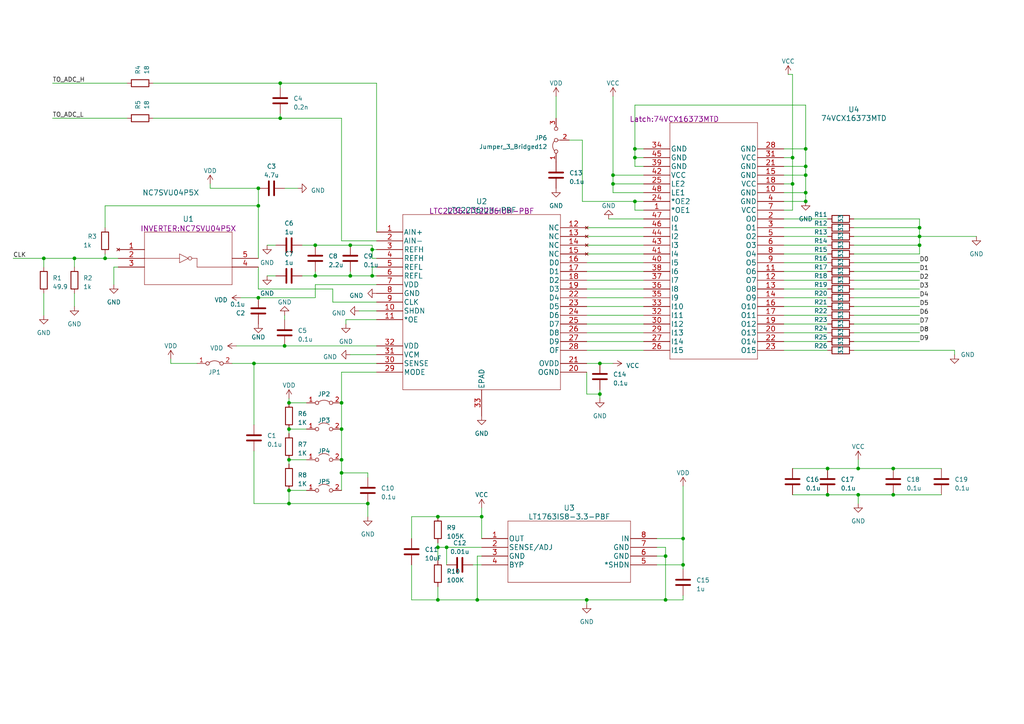
<source format=kicad_sch>
(kicad_sch (version 20230121) (generator eeschema)
  (paper "A4")
  (lib_symbols
    (symbol "2023-02-21_23-33-51:LTC2236IUH-PBF" (pin_names (offset 0.254))
      (property "Reference" "U1" (at 30.48 8.89 0))
      (property "Value" "LTC2236IUH-PBF" (at 30.48 6.35 0))
      (symbol "LTC2236IUH-PBF_1_1"
        (polyline (pts (xy 7.62 -45.72) (xy 53.34 -45.72)) (stroke (width 0.127)))
        (polyline (pts (xy 7.62 5.08) (xy 7.62 -45.72)) (stroke (width 0.127)))
        (polyline (pts (xy 53.34 -45.72) (xy 53.34 5.08)) (stroke (width 0.127)))
        (polyline (pts (xy 53.34 5.08) (xy 7.62 5.08)) (stroke (width 0.127)))
        (pin input line (at 0 0 0) (length 7.62) (name "AIN+") (number "1"))
        (pin unspecified line (at 0 -22.86 0) (length 7.62) (name "SHDN") (number "10"))
        (pin output line (at 0 -25.4 0) (length 7.62) (name "*OE") (number "11"))
        (pin no_connect line (at 60.96 1.27 180) (length 7.62) (name "NC") (number "12"))
        (pin no_connect line (at 60.96 -1.27 180) (length 7.62) (name "NC") (number "13"))
        (pin no_connect line (at 60.96 -3.81 180) (length 7.62) (name "NC") (number "14"))
        (pin no_connect line (at 60.96 -6.35 180) (length 7.62) (name "NC") (number "15"))
        (pin output line (at 60.96 -8.89 180) (length 7.62) (name "D0") (number "16"))
        (pin output line (at 60.96 -11.43 180) (length 7.62) (name "D1") (number "17"))
        (pin output line (at 60.96 -13.97 180) (length 7.62) (name "D2") (number "18"))
        (pin output line (at 60.96 -16.51 180) (length 7.62) (name "D3") (number "19"))
        (pin input line (at 0 -2.54 0) (length 7.62) (name "AIN-") (number "2"))
        (pin power_in line (at 60.96 -40.64 180) (length 7.62) (name "OGND") (number "20"))
        (pin power_in line (at 60.96 -38.1 180) (length 7.62) (name "OVDD") (number "21"))
        (pin output line (at 60.96 -19.05 180) (length 7.62) (name "D4") (number "22"))
        (pin output line (at 60.96 -21.59 180) (length 7.62) (name "D5") (number "23"))
        (pin output line (at 60.96 -24.13 180) (length 7.62) (name "D6") (number "24"))
        (pin output line (at 60.96 -26.67 180) (length 7.62) (name "D7") (number "25"))
        (pin output line (at 60.96 -29.21 180) (length 7.62) (name "D8") (number "26"))
        (pin output line (at 60.96 -31.75 180) (length 7.62) (name "D9") (number "27"))
        (pin output line (at 60.96 -34.29 180) (length 7.62) (name "OF") (number "28"))
        (pin output line (at 0 -40.64 0) (length 7.62) (name "MODE") (number "29"))
        (pin unspecified line (at 0 -5.08 0) (length 7.62) (name "REFH") (number "3"))
        (pin input line (at 0 -38.1 0) (length 7.62) (name "SENSE") (number "30"))
        (pin bidirectional line (at 0 -35.56 0) (length 7.62) (name "VCM") (number "31"))
        (pin power_in line (at 0 -33.02 0) (length 7.62) (name "VDD") (number "32"))
        (pin unspecified line (at 30.48 -53.34 90) (length 7.62) (name "EPAD") (number "33"))
        (pin unspecified line (at 0 -7.62 0) (length 7.62) (name "REFH") (number "4"))
        (pin unspecified line (at 0 -10.16 0) (length 7.62) (name "REFL") (number "5"))
        (pin unspecified line (at 0 -12.7 0) (length 7.62) (name "REFL") (number "6"))
        (pin power_in line (at 0 -15.24 0) (length 7.62) (name "VDD") (number "7"))
        (pin power_in line (at 0 -17.78 0) (length 7.62) (name "GND") (number "8"))
        (pin input line (at 0 -20.32 0) (length 7.62) (name "CLK") (number "9"))
      )
    )
    (symbol "2023-02-21_23-36-03:74VCX16373MTD" (pin_names (offset 0.254))
      (property "Reference" "U3" (at 31.75 8.89 0))
      (property "Value" "74VCX16373MTD" (at 31.75 6.35 0))
      (symbol "74VCX16373MTD_1_1"
        (polyline (pts (xy -21.59 -63.5) (xy -21.59 5.08)) (stroke (width 0.127)))
        (polyline (pts (xy -21.59 5.08) (xy 3.81 5.08)) (stroke (width 0.127)))
        (polyline (pts (xy 3.81 -63.5) (xy -21.59 -63.5)) (stroke (width 0.127)))
        (polyline (pts (xy 3.81 5.08) (xy 3.81 -63.5)) (stroke (width 0.127)))
        (pin output line (at -29.21 -20.32 0) (length 7.62) (name "*OE1") (number "1"))
        (pin power_in line (at 11.43 -15.24 180) (length 7.62) (name "GND") (number "10"))
        (pin output line (at 11.43 -38.1 180) (length 7.62) (name "O6") (number "11"))
        (pin output line (at 11.43 -40.64 180) (length 7.62) (name "O7") (number "12"))
        (pin output line (at 11.43 -43.18 180) (length 7.62) (name "O8") (number "13"))
        (pin output line (at 11.43 -45.72 180) (length 7.62) (name "O9") (number "14"))
        (pin power_in line (at 11.43 -10.16 180) (length 7.62) (name "GND") (number "15"))
        (pin output line (at 11.43 -48.26 180) (length 7.62) (name "O10") (number "16"))
        (pin output line (at 11.43 -50.8 180) (length 7.62) (name "O11") (number "17"))
        (pin power_in line (at 11.43 -12.7 180) (length 7.62) (name "VCC") (number "18"))
        (pin output line (at 11.43 -53.34 180) (length 7.62) (name "O12") (number "19"))
        (pin output line (at 11.43 -22.86 180) (length 7.62) (name "O0") (number "2"))
        (pin output line (at 11.43 -55.88 180) (length 7.62) (name "O13") (number "20"))
        (pin power_in line (at 11.43 -7.62 180) (length 7.62) (name "GND") (number "21"))
        (pin output line (at 11.43 -58.42 180) (length 7.62) (name "O14") (number "22"))
        (pin output line (at 11.43 -60.96 180) (length 7.62) (name "O15") (number "23"))
        (pin output line (at -29.21 -17.78 0) (length 7.62) (name "*OE2") (number "24"))
        (pin input line (at -29.21 -12.7 0) (length 7.62) (name "LE2") (number "25"))
        (pin input line (at -29.21 -60.96 0) (length 7.62) (name "I15") (number "26"))
        (pin input line (at -29.21 -58.42 0) (length 7.62) (name "I14") (number "27"))
        (pin power_in line (at 11.43 -2.54 180) (length 7.62) (name "GND") (number "28"))
        (pin input line (at -29.21 -55.88 0) (length 7.62) (name "I13") (number "29"))
        (pin output line (at 11.43 -25.4 180) (length 7.62) (name "O1") (number "3"))
        (pin input line (at -29.21 -53.34 0) (length 7.62) (name "I12") (number "30"))
        (pin power_in line (at 11.43 -5.08 180) (length 7.62) (name "VCC") (number "31"))
        (pin input line (at -29.21 -50.8 0) (length 7.62) (name "I11") (number "32"))
        (pin input line (at -29.21 -48.26 0) (length 7.62) (name "I10") (number "33"))
        (pin power_in line (at -29.21 -2.54 0) (length 7.62) (name "GND") (number "34"))
        (pin input line (at -29.21 -45.72 0) (length 7.62) (name "I9") (number "35"))
        (pin input line (at -29.21 -43.18 0) (length 7.62) (name "I8") (number "36"))
        (pin input line (at -29.21 -40.64 0) (length 7.62) (name "I7") (number "37"))
        (pin input line (at -29.21 -38.1 0) (length 7.62) (name "I6") (number "38"))
        (pin power_in line (at -29.21 -7.62 0) (length 7.62) (name "GND") (number "39"))
        (pin power_in line (at 11.43 -17.78 180) (length 7.62) (name "GND") (number "4"))
        (pin input line (at -29.21 -35.56 0) (length 7.62) (name "I5") (number "40"))
        (pin input line (at -29.21 -33.02 0) (length 7.62) (name "I4") (number "41"))
        (pin power_in line (at -29.21 -10.16 0) (length 7.62) (name "VCC") (number "42"))
        (pin input line (at -29.21 -30.48 0) (length 7.62) (name "I3") (number "43"))
        (pin input line (at -29.21 -27.94 0) (length 7.62) (name "I2") (number "44"))
        (pin power_in line (at -29.21 -5.08 0) (length 7.62) (name "GND") (number "45"))
        (pin input line (at -29.21 -25.4 0) (length 7.62) (name "I1") (number "46"))
        (pin input line (at -29.21 -22.86 0) (length 7.62) (name "I0") (number "47"))
        (pin input line (at -29.21 -15.24 0) (length 7.62) (name "LE1") (number "48"))
        (pin output line (at 11.43 -27.94 180) (length 7.62) (name "O2") (number "5"))
        (pin output line (at 11.43 -30.48 180) (length 7.62) (name "O3") (number "6"))
        (pin power_in line (at 11.43 -20.32 180) (length 7.62) (name "VCC") (number "7"))
        (pin output line (at 11.43 -33.02 180) (length 7.62) (name "O4") (number "8"))
        (pin output line (at 11.43 -35.56 180) (length 7.62) (name "O5") (number "9"))
      )
    )
    (symbol "2023-02-21_23-37-21:LT1763IS8-3.3-PBF" (pin_names (offset 0.254))
      (property "Reference" "U" (at 25.4 10.16 0))
      (property "Value" "LT1763IS8-3.3-PBF" (at 25.4 7.62 0))
      (symbol "LT1763IS8-3.3-PBF_1_1"
        (polyline (pts (xy 7.62 -12.7) (xy 43.18 -12.7)) (stroke (width 0.127)))
        (polyline (pts (xy 7.62 5.08) (xy 7.62 -12.7)) (stroke (width 0.127)))
        (polyline (pts (xy 43.18 -12.7) (xy 43.18 5.08)) (stroke (width 0.127)))
        (polyline (pts (xy 43.18 5.08) (xy 7.62 5.08)) (stroke (width 0.127)))
        (pin output line (at 0 0 0) (length 7.62) (name "OUT") (number "1"))
        (pin bidirectional line (at 0 -2.54 0) (length 7.62) (name "SENSE/ADJ") (number "2"))
        (pin power_in line (at 0 -5.08 0) (length 7.62) (name "GND") (number "3"))
        (pin unspecified line (at 0 -7.62 0) (length 7.62) (name "BYP") (number "4"))
        (pin unspecified line (at 50.8 -7.62 180) (length 7.62) (name "*SHDN") (number "5"))
        (pin power_in line (at 50.8 -5.08 180) (length 7.62) (name "GND") (number "6"))
        (pin power_in line (at 50.8 -2.54 180) (length 7.62) (name "GND") (number "7"))
        (pin input line (at 50.8 0 180) (length 7.62) (name "IN") (number "8"))
      )
    )
    (symbol "2023-02-23_13-50-15:NC7SVU04P5X" (pin_names (offset 0.254) hide)
      (property "Reference" "U" (at 20.32 10.16 0))
      (property "Value" "NC7SVU04P5X" (at 20.32 7.62 0))
      (symbol "NC7SVU04P5X_1_1"
        (polyline (pts (xy 7.62 -10.16) (xy 33.02 -10.16)) (stroke (width 0.127)))
        (polyline (pts (xy 7.62 -2.54) (xy 17.78 -2.54)) (stroke (width 0.127)))
        (polyline (pts (xy 7.62 5.08) (xy 7.62 -10.16)) (stroke (width 0.127)))
        (polyline (pts (xy 17.78 -3.81) (xy 20.32 -2.54)) (stroke (width 0.127)))
        (polyline (pts (xy 17.78 -1.27) (xy 17.78 -3.81)) (stroke (width 0.127)))
        (polyline (pts (xy 20.32 -2.54) (xy 17.78 -1.27)) (stroke (width 0.127)))
        (polyline (pts (xy 21.336 -2.54) (xy 22.86 -2.54)) (stroke (width 0.127)))
        (polyline (pts (xy 22.86 -5.08) (xy 22.86 -2.54)) (stroke (width 0.127)))
        (polyline (pts (xy 22.86 -5.08) (xy 33.02 -5.08)) (stroke (width 0.127)))
        (polyline (pts (xy 33.02 -10.16) (xy 33.02 5.08)) (stroke (width 0.127)))
        (polyline (pts (xy 33.02 5.08) (xy 7.62 5.08)) (stroke (width 0.127)))
        (circle (center 20.828 -2.54) (radius 0.508) (stroke (width 0.127)))
        (arc (start 21.336 -2.54) (mid 21.336 -2.54) (end 21.336 -2.54) (stroke (width 0.127)))
        (pin no_connect line (at 0 0 0) (length 7.62) (name "NC") (number "1"))
        (pin input line (at 0 -2.54 0) (length 7.62) (name "A") (number "2"))
        (pin power_in line (at 0 -5.08 0) (length 7.62) (name "GND") (number "3"))
        (pin output line (at 40.64 -5.08 180) (length 7.62) (name "Y") (number "4"))
        (pin power_in line (at 40.64 -2.54 180) (length 7.62) (name "VCC") (number "5"))
      )
    )
    (symbol "Device:C" (pin_numbers hide) (pin_names (offset 0.254))
      (property "Reference" "C" (at 0.635 2.54 0))
      (property "Value" "C" (at 0.635 -2.54 0))
      (symbol "C_0_1"
        (polyline (pts (xy -2.032 -0.762) (xy 2.032 -0.762)) (stroke (width 0.508)))
        (polyline (pts (xy -2.032 0.762) (xy 2.032 0.762)) (stroke (width 0.508)))
      )
      (symbol "C_1_1"
        (pin passive line (at 0 3.81 270) (length 2.794) (name "~") (number "1"))
        (pin passive line (at 0 -3.81 90) (length 2.794) (name "~") (number "2"))
      )
    )
    (symbol "Device:R" (pin_numbers hide) (pin_names (offset 0))
      (property "Reference" "R" (at 2.032 0 90))
      (property "Value" "R" (at 0 0 90))
      (symbol "R_0_1"
        (rectangle (start -1.016 -2.54) (end 1.016 2.54) (stroke (width 0.254)))
      )
      (symbol "R_1_1"
        (pin passive line (at 0 3.81 270) (length 1.27) (name "~") (number "1"))
        (pin passive line (at 0 -3.81 90) (length 1.27) (name "~") (number "2"))
      )
    )
    (symbol "Jumper:Jumper_2_Bridged" (pin_names (offset 0) hide)
      (property "Reference" "JP" (at 0 1.905 0))
      (property "Value" "Jumper_2_Bridged" (at 0 -2.54 0))
      (symbol "Jumper_2_Bridged_0_0"
        (circle (center -2.032 0) (radius 0.508))
        (circle (center 2.032 0) (radius 0.508))
      )
      (symbol "Jumper_2_Bridged_0_1"
        (arc (start 1.524 0.254) (mid 0 0.762) (end -1.524 0.254))
      )
      (symbol "Jumper_2_Bridged_1_1"
        (pin passive line (at -5.08 0 0) (length 2.54) (name "A") (number "1"))
        (pin passive line (at 5.08 0 180) (length 2.54) (name "B") (number "2"))
      )
    )
    (symbol "Jumper:Jumper_2_Open" (pin_names (offset 0) hide)
      (property "Reference" "JP" (at 0 2.794 0))
      (property "Value" "Jumper_2_Open" (at 0 -2.286 0))
      (symbol "Jumper_2_Open_0_0"
        (circle (center -2.032 0) (radius 0.508))
        (circle (center 2.032 0) (radius 0.508))
      )
      (symbol "Jumper_2_Open_0_1"
        (arc (start 1.524 1.27) (mid 0 1.778) (end -1.524 1.27))
      )
      (symbol "Jumper_2_Open_1_1"
        (pin passive line (at -5.08 0 0) (length 2.54) (name "A") (number "1"))
        (pin passive line (at 5.08 0 180) (length 2.54) (name "B") (number "2"))
      )
    )
    (symbol "Jumper:Jumper_3_Bridged12" (pin_names (offset 0) hide)
      (property "Reference" "JP" (at -2.54 -2.54 0))
      (property "Value" "Jumper_3_Bridged12" (at 0 2.794 0))
      (symbol "Jumper_3_Bridged12_0_0"
        (circle (center -3.302 0) (radius 0.508))
        (circle (center 0 0) (radius 0.508))
        (circle (center 3.302 0) (radius 0.508))
      )
      (symbol "Jumper_3_Bridged12_0_1"
        (arc (start -0.254 0.508) (mid -1.651 0.9912) (end -3.048 0.508))
        (polyline (pts (xy 0 -1.27) (xy 0 -0.508)))
      )
      (symbol "Jumper_3_Bridged12_1_1"
        (pin passive line (at -6.35 0 0) (length 2.54) (name "A") (number "1"))
        (pin passive line (at 0 -3.81 90) (length 2.54) (name "C") (number "2"))
        (pin passive line (at 6.35 0 180) (length 2.54) (name "B") (number "3"))
      )
    )
    (symbol "power:GND" (power) (pin_names (offset 0))
      (property "Value" "GND" (at 0 -3.81 0))
      (symbol "GND_0_1"
        (polyline (pts (xy 0 0) (xy 0 -1.27) (xy 1.27 -1.27) (xy 0 -2.54) (xy -1.27 -1.27) (xy 0 -1.27)))
      )
      (symbol "GND_1_1"
        (pin power_in line (at 0 0 270) (length 0) hide (name "GND") (number "1"))
      )
    )
    (symbol "power:VCC" (power) (pin_names (offset 0))
      (property "Value" "VCC" (at 0 3.81 0))
      (symbol "VCC_0_1"
        (polyline (pts (xy -0.762 1.27) (xy 0 2.54)))
        (polyline (pts (xy 0 0) (xy 0 2.54)))
        (polyline (pts (xy 0 2.54) (xy 0.762 1.27)))
      )
      (symbol "VCC_1_1"
        (pin power_in line (at 0 0 90) (length 0) hide (name "VCC") (number "1"))
      )
    )
    (symbol "power:VDD" (power) (pin_names (offset 0))
      (property "Value" "VDD" (at 0 3.81 0))
      (symbol "VDD_0_1"
        (polyline (pts (xy -0.762 1.27) (xy 0 2.54)))
        (polyline (pts (xy 0 0) (xy 0 2.54)))
        (polyline (pts (xy 0 2.54) (xy 0.762 1.27)))
      )
      (symbol "VDD_1_1"
        (pin power_in line (at 0 0 90) (length 0) hide (name "VDD") (number "1"))
      )
    )
  )
  (junction (at 83.82 146.05))
  (junction (at 139.7 149.86))
  (junction (at 99.06 137.16))
  (junction (at 177.8 53.34))
  (junction (at 83.82 142.24))
  (junction (at 233.68 48.26))
  (junction (at 91.44 71.12))
  (junction (at 99.06 133.35))
  (junction (at 83.82 133.35))
  (junction (at 233.68 50.8))
  (junction (at 259.08 135.89))
  (junction (at 81.28 24.13))
  (junction (at 229.87 53.34))
  (junction (at 129.54 158.75))
  (junction (at 233.68 43.18))
  (junction (at 101.6 80.01))
  (junction (at 198.12 156.21))
  (junction (at 127 158.75))
  (junction (at 91.44 80.01))
  (junction (at 83.82 116.84))
  (junction (at 82.55 100.33))
  (junction (at 12.7 74.93))
  (junction (at 173.99 114.3))
  (junction (at 193.04 173.99))
  (junction (at 193.04 161.29))
  (junction (at 21.59 74.93))
  (junction (at 74.93 54.61))
  (junction (at 259.08 143.51))
  (junction (at 240.03 135.89))
  (junction (at 106.68 146.05))
  (junction (at 73.66 105.41))
  (junction (at 266.7 66.04))
  (junction (at 127 149.86))
  (junction (at 184.15 58.42))
  (junction (at 138.43 173.99))
  (junction (at 107.95 72.39))
  (junction (at 248.92 135.89))
  (junction (at 30.48 74.93))
  (junction (at 173.99 105.41))
  (junction (at 177.8 50.8))
  (junction (at 74.93 86.36))
  (junction (at 99.06 116.84))
  (junction (at 127 173.99))
  (junction (at 198.12 163.83))
  (junction (at 233.68 55.88))
  (junction (at 101.6 71.12))
  (junction (at 240.03 143.51))
  (junction (at 266.7 68.58))
  (junction (at 107.95 80.01))
  (junction (at 74.93 59.69))
  (junction (at 83.82 124.46))
  (junction (at 99.06 124.46))
  (junction (at 248.92 143.51))
  (junction (at 233.68 58.42))
  (junction (at 266.7 71.12))
  (junction (at 170.18 173.99))
  (junction (at 229.87 45.72))
  (junction (at 184.15 45.72))
  (junction (at 81.28 34.29))
  (junction (at 184.15 43.18))
  (wire (pts (xy 83.82 142.24) (xy 88.9 142.24)))
  (wire (pts (xy 127 149.86) (xy 119.38 149.86)))
  (wire (pts (xy 82.55 91.44) (xy 82.55 92.71)))
  (wire (pts (xy 173.99 113.03) (xy 173.99 114.3)))
  (wire (pts (xy 83.82 146.05) (xy 106.68 146.05)))
  (wire (pts (xy 139.7 158.75) (xy 129.54 158.75)))
  (wire (pts (xy 266.7 68.58) (xy 283.21 68.58)))
  (wire (pts (xy 96.52 87.63) (xy 109.22 87.63)))
  (wire (pts (xy 127 173.99) (xy 138.43 173.99)))
  (wire (pts (xy 170.18 73.66) (xy 186.69 73.66)))
  (wire (pts (xy 83.82 116.84) (xy 88.9 116.84)))
  (wire (pts (xy 176.53 63.5) (xy 186.69 63.5)))
  (wire (pts (xy 193.04 161.29) (xy 193.04 173.99)))
  (wire (pts (xy 101.6 102.87) (xy 109.22 102.87)))
  (wire (pts (xy 227.33 71.12) (xy 240.03 71.12)))
  (wire (pts (xy 184.15 58.42) (xy 186.69 58.42)))
  (wire (pts (xy 107.95 77.47) (xy 107.95 80.01)))
  (wire (pts (xy 247.65 68.58) (xy 266.7 68.58)))
  (wire (pts (xy 96.52 83.82) (xy 96.52 87.63)))
  (wire (pts (xy 227.33 68.58) (xy 240.03 68.58)))
  (wire (pts (xy 190.5 163.83) (xy 198.12 163.83)))
  (wire (pts (xy 186.69 48.26) (xy 184.15 48.26)))
  (wire (pts (xy 21.59 74.93) (xy 21.59 77.47)))
  (wire (pts (xy 109.22 24.13) (xy 109.22 67.31)))
  (wire (pts (xy 34.29 77.47) (xy 33.02 77.47)))
  (wire (pts (xy 184.15 60.96) (xy 186.69 60.96)))
  (wire (pts (xy 83.82 115.57) (xy 83.82 116.84)))
  (wire (pts (xy 139.7 147.32) (xy 139.7 149.86)))
  (wire (pts (xy 99.06 116.84) (xy 99.06 124.46)))
  (wire (pts (xy 240.03 135.89) (xy 248.92 135.89)))
  (wire (pts (xy 229.87 21.59) (xy 228.6 21.59)))
  (wire (pts (xy 184.15 43.18) (xy 184.15 30.48)))
  (wire (pts (xy 100.33 92.71) (xy 109.22 92.71)))
  (wire (pts (xy 184.15 45.72) (xy 184.15 43.18)))
  (wire (pts (xy 233.68 58.42) (xy 227.33 58.42)))
  (wire (pts (xy 60.96 54.61) (xy 74.93 54.61)))
  (wire (pts (xy 248.92 143.51) (xy 259.08 143.51)))
  (wire (pts (xy 107.95 80.01) (xy 109.22 80.01)))
  (wire (pts (xy 91.44 82.55) (xy 91.44 86.36)))
  (wire (pts (xy 227.33 60.96) (xy 229.87 60.96)))
  (wire (pts (xy 83.82 133.35) (xy 83.82 134.62)))
  (wire (pts (xy 44.45 24.13) (xy 81.28 24.13)))
  (wire (pts (xy 229.87 143.51) (xy 240.03 143.51)))
  (wire (pts (xy 73.66 105.41) (xy 73.66 123.19)))
  (wire (pts (xy 33.02 77.47) (xy 33.02 82.55)))
  (wire (pts (xy 193.04 158.75) (xy 193.04 161.29)))
  (wire (pts (xy 247.65 91.44) (xy 266.7 91.44)))
  (wire (pts (xy 193.04 161.29) (xy 190.5 161.29)))
  (wire (pts (xy 74.93 86.36) (xy 91.44 86.36)))
  (wire (pts (xy 227.33 101.6) (xy 240.03 101.6)))
  (wire (pts (xy 30.48 74.93) (xy 34.29 74.93)))
  (wire (pts (xy 193.04 173.99) (xy 170.18 173.99)))
  (wire (pts (xy 60.96 53.34) (xy 60.96 54.61)))
  (wire (pts (xy 106.68 137.16) (xy 106.68 138.43)))
  (wire (pts (xy 247.65 78.74) (xy 266.7 78.74)))
  (wire (pts (xy 248.92 133.35) (xy 248.92 135.89)))
  (wire (pts (xy 233.68 48.26) (xy 227.33 48.26)))
  (wire (pts (xy 229.87 135.89) (xy 240.03 135.89)))
  (wire (pts (xy 12.7 85.09) (xy 12.7 91.44)))
  (wire (pts (xy 198.12 173.99) (xy 193.04 173.99)))
  (wire (pts (xy 170.18 68.58) (xy 186.69 68.58)))
  (wire (pts (xy 240.03 143.51) (xy 248.92 143.51)))
  (wire (pts (xy 101.6 71.12) (xy 91.44 71.12)))
  (wire (pts (xy 177.8 27.94) (xy 177.8 50.8)))
  (wire (pts (xy 49.53 105.41) (xy 57.15 105.41)))
  (wire (pts (xy 247.65 93.98) (xy 266.7 93.98)))
  (wire (pts (xy 69.85 86.36) (xy 74.93 86.36)))
  (wire (pts (xy 83.82 124.46) (xy 83.82 125.73)))
  (wire (pts (xy 21.59 85.09) (xy 21.59 88.9)))
  (wire (pts (xy 227.33 43.18) (xy 233.68 43.18)))
  (wire (pts (xy 107.95 77.47) (xy 109.22 77.47)))
  (wire (pts (xy 101.6 80.01) (xy 107.95 80.01)))
  (wire (pts (xy 74.93 59.69) (xy 74.93 74.93)))
  (wire (pts (xy 229.87 21.59) (xy 229.87 45.72)))
  (wire (pts (xy 168.91 58.42) (xy 168.91 40.64)))
  (wire (pts (xy 227.33 81.28) (xy 240.03 81.28)))
  (wire (pts (xy 12.7 74.93) (xy 12.7 77.47)))
  (wire (pts (xy 266.7 68.58) (xy 266.7 71.12)))
  (wire (pts (xy 99.06 133.35) (xy 99.06 137.16)))
  (wire (pts (xy 30.48 59.69) (xy 74.93 59.69)))
  (wire (pts (xy 227.33 99.06) (xy 240.03 99.06)))
  (wire (pts (xy 77.47 71.12) (xy 80.01 71.12)))
  (wire (pts (xy 100.33 92.71) (xy 100.33 93.98)))
  (wire (pts (xy 107.95 72.39) (xy 107.95 71.12)))
  (wire (pts (xy 170.18 101.6) (xy 186.69 101.6)))
  (wire (pts (xy 170.18 71.12) (xy 186.69 71.12)))
  (wire (pts (xy 198.12 156.21) (xy 198.12 163.83)))
  (wire (pts (xy 198.12 156.21) (xy 190.5 156.21)))
  (wire (pts (xy 139.7 149.86) (xy 139.7 156.21)))
  (wire (pts (xy 227.33 45.72) (xy 229.87 45.72)))
  (wire (pts (xy 247.65 88.9) (xy 266.7 88.9)))
  (wire (pts (xy 247.65 76.2) (xy 266.7 76.2)))
  (wire (pts (xy 227.33 91.44) (xy 240.03 91.44)))
  (wire (pts (xy 247.65 101.6) (xy 276.86 101.6)))
  (wire (pts (xy 74.93 54.61) (xy 74.93 59.69)))
  (wire (pts (xy 170.18 173.99) (xy 170.18 175.26)))
  (wire (pts (xy 184.15 58.42) (xy 184.15 60.96)))
  (wire (pts (xy 266.7 71.12) (xy 266.7 73.66)))
  (wire (pts (xy 170.18 86.36) (xy 186.69 86.36)))
  (wire (pts (xy 227.33 53.34) (xy 229.87 53.34)))
  (wire (pts (xy 44.45 34.29) (xy 81.28 34.29)))
  (wire (pts (xy 227.33 63.5) (xy 240.03 63.5)))
  (wire (pts (xy 170.18 91.44) (xy 186.69 91.44)))
  (wire (pts (xy 247.65 71.12) (xy 266.7 71.12)))
  (wire (pts (xy 138.43 173.99) (xy 170.18 173.99)))
  (wire (pts (xy 227.33 86.36) (xy 240.03 86.36)))
  (wire (pts (xy 15.24 24.13) (xy 36.83 24.13)))
  (wire (pts (xy 170.18 88.9) (xy 186.69 88.9)))
  (wire (pts (xy 129.54 158.75) (xy 127 158.75)))
  (wire (pts (xy 177.8 53.34) (xy 177.8 55.88)))
  (wire (pts (xy 247.65 83.82) (xy 266.7 83.82)))
  (wire (pts (xy 83.82 124.46) (xy 88.9 124.46)))
  (wire (pts (xy 233.68 55.88) (xy 227.33 55.88)))
  (wire (pts (xy 165.1 40.64) (xy 168.91 40.64)))
  (wire (pts (xy 83.82 142.24) (xy 83.82 146.05)))
  (wire (pts (xy 83.82 146.05) (xy 73.66 146.05)))
  (wire (pts (xy 109.22 82.55) (xy 91.44 82.55)))
  (wire (pts (xy 247.65 81.28) (xy 266.7 81.28)))
  (wire (pts (xy 109.22 72.39) (xy 107.95 72.39)))
  (wire (pts (xy 248.92 135.89) (xy 259.08 135.89)))
  (wire (pts (xy 227.33 78.74) (xy 240.03 78.74)))
  (wire (pts (xy 82.55 54.61) (xy 86.36 54.61)))
  (wire (pts (xy 30.48 73.66) (xy 30.48 74.93)))
  (wire (pts (xy 276.86 101.6) (xy 276.86 102.87)))
  (wire (pts (xy 233.68 48.26) (xy 233.68 50.8)))
  (wire (pts (xy 247.65 73.66) (xy 266.7 73.66)))
  (wire (pts (xy 227.33 83.82) (xy 240.03 83.82)))
  (wire (pts (xy 177.8 50.8) (xy 177.8 53.34)))
  (wire (pts (xy 119.38 163.83) (xy 119.38 173.99)))
  (wire (pts (xy 77.47 80.01) (xy 80.01 80.01)))
  (wire (pts (xy 99.06 137.16) (xy 106.68 137.16)))
  (wire (pts (xy 138.43 173.99) (xy 138.43 161.29)))
  (wire (pts (xy 259.08 143.51) (xy 273.05 143.51)))
  (wire (pts (xy 127 157.48) (xy 127 158.75)))
  (wire (pts (xy 184.15 48.26) (xy 184.15 45.72)))
  (wire (pts (xy 229.87 45.72) (xy 229.87 53.34)))
  (wire (pts (xy 170.18 105.41) (xy 173.99 105.41)))
  (wire (pts (xy 170.18 107.95) (xy 170.18 114.3)))
  (wire (pts (xy 127 158.75) (xy 127 162.56)))
  (wire (pts (xy 138.43 161.29) (xy 139.7 161.29)))
  (wire (pts (xy 184.15 45.72) (xy 186.69 45.72)))
  (wire (pts (xy 184.15 30.48) (xy 233.68 30.48)))
  (wire (pts (xy 170.18 81.28) (xy 186.69 81.28)))
  (wire (pts (xy 170.18 99.06) (xy 186.69 99.06)))
  (wire (pts (xy 233.68 43.18) (xy 233.68 48.26)))
  (wire (pts (xy 74.93 77.47) (xy 74.93 83.82)))
  (wire (pts (xy 170.18 83.82) (xy 186.69 83.82)))
  (wire (pts (xy 227.33 88.9) (xy 240.03 88.9)))
  (wire (pts (xy 198.12 172.72) (xy 198.12 173.99)))
  (wire (pts (xy 247.65 66.04) (xy 266.7 66.04)))
  (wire (pts (xy 81.28 33.02) (xy 81.28 34.29)))
  (wire (pts (xy 170.18 66.04) (xy 186.69 66.04)))
  (wire (pts (xy 161.29 27.94) (xy 161.29 34.29)))
  (wire (pts (xy 227.33 76.2) (xy 240.03 76.2)))
  (wire (pts (xy 99.06 69.85) (xy 109.22 69.85)))
  (wire (pts (xy 173.99 105.41) (xy 177.8 105.41)))
  (wire (pts (xy 170.18 76.2) (xy 186.69 76.2)))
  (wire (pts (xy 15.24 34.29) (xy 36.83 34.29)))
  (wire (pts (xy 259.08 135.89) (xy 273.05 135.89)))
  (wire (pts (xy 99.06 107.95) (xy 109.22 107.95)))
  (wire (pts (xy 109.22 74.93) (xy 107.95 74.93)))
  (wire (pts (xy 87.63 71.12) (xy 91.44 71.12)))
  (wire (pts (xy 81.28 34.29) (xy 99.06 34.29)))
  (wire (pts (xy 266.7 66.04) (xy 266.7 68.58)))
  (wire (pts (xy 198.12 140.97) (xy 198.12 156.21)))
  (wire (pts (xy 107.95 74.93) (xy 107.95 72.39)))
  (wire (pts (xy 233.68 50.8) (xy 227.33 50.8)))
  (wire (pts (xy 87.63 80.01) (xy 91.44 80.01)))
  (wire (pts (xy 177.8 55.88) (xy 186.69 55.88)))
  (wire (pts (xy 170.18 78.74) (xy 186.69 78.74)))
  (wire (pts (xy 99.06 124.46) (xy 99.06 133.35)))
  (wire (pts (xy 119.38 149.86) (xy 119.38 156.21)))
  (wire (pts (xy 233.68 30.48) (xy 233.68 43.18)))
  (wire (pts (xy 170.18 114.3) (xy 173.99 114.3)))
  (wire (pts (xy 227.33 73.66) (xy 240.03 73.66)))
  (wire (pts (xy 99.06 116.84) (xy 99.06 107.95)))
  (wire (pts (xy 127 170.18) (xy 127 173.99)))
  (wire (pts (xy 227.33 93.98) (xy 240.03 93.98)))
  (wire (pts (xy 107.95 71.12) (xy 101.6 71.12)))
  (wire (pts (xy 227.33 96.52) (xy 240.03 96.52)))
  (wire (pts (xy 99.06 34.29) (xy 99.06 69.85)))
  (wire (pts (xy 170.18 93.98) (xy 186.69 93.98)))
  (wire (pts (xy 81.28 24.13) (xy 109.22 24.13)))
  (wire (pts (xy 233.68 50.8) (xy 233.68 55.88)))
  (wire (pts (xy 91.44 78.74) (xy 91.44 80.01)))
  (wire (pts (xy 101.6 78.74) (xy 101.6 80.01)))
  (wire (pts (xy 266.7 63.5) (xy 266.7 66.04)))
  (wire (pts (xy 177.8 53.34) (xy 186.69 53.34)))
  (wire (pts (xy 247.65 96.52) (xy 266.7 96.52)))
  (wire (pts (xy 3.81 74.93) (xy 12.7 74.93)))
  (wire (pts (xy 177.8 50.8) (xy 186.69 50.8)))
  (wire (pts (xy 82.55 100.33) (xy 109.22 100.33)))
  (wire (pts (xy 227.33 66.04) (xy 240.03 66.04)))
  (wire (pts (xy 198.12 163.83) (xy 198.12 165.1)))
  (wire (pts (xy 129.54 158.75) (xy 129.54 163.83)))
  (wire (pts (xy 83.82 133.35) (xy 88.9 133.35)))
  (wire (pts (xy 21.59 74.93) (xy 30.48 74.93)))
  (wire (pts (xy 168.91 58.42) (xy 184.15 58.42)))
  (wire (pts (xy 74.93 83.82) (xy 96.52 83.82)))
  (wire (pts (xy 49.53 104.14) (xy 49.53 105.41)))
  (wire (pts (xy 68.58 100.33) (xy 82.55 100.33)))
  (wire (pts (xy 67.31 105.41) (xy 73.66 105.41)))
  (wire (pts (xy 229.87 60.96) (xy 229.87 53.34)))
  (wire (pts (xy 73.66 146.05) (xy 73.66 130.81)))
  (wire (pts (xy 73.66 105.41) (xy 109.22 105.41)))
  (wire (pts (xy 247.65 86.36) (xy 266.7 86.36)))
  (wire (pts (xy 109.22 90.17) (xy 104.14 90.17)))
  (wire (pts (xy 12.7 74.93) (xy 21.59 74.93)))
  (wire (pts (xy 233.68 55.88) (xy 233.68 58.42)))
  (wire (pts (xy 106.68 146.05) (xy 106.68 149.86)))
  (wire (pts (xy 91.44 80.01) (xy 101.6 80.01)))
  (wire (pts (xy 99.06 137.16) (xy 99.06 142.24)))
  (wire (pts (xy 119.38 173.99) (xy 127 173.99)))
  (wire (pts (xy 184.15 43.18) (xy 186.69 43.18)))
  (wire (pts (xy 190.5 158.75) (xy 193.04 158.75)))
  (wire (pts (xy 170.18 96.52) (xy 186.69 96.52)))
  (wire (pts (xy 139.7 149.86) (xy 127 149.86)))
  (wire (pts (xy 137.16 163.83) (xy 139.7 163.83)))
  (wire (pts (xy 81.28 24.13) (xy 81.28 25.4)))
  (wire (pts (xy 30.48 66.04) (xy 30.48 59.69)))
  (wire (pts (xy 247.65 99.06) (xy 266.7 99.06)))
  (wire (pts (xy 173.99 114.3) (xy 173.99 115.57)))
  (wire (pts (xy 247.65 63.5) (xy 266.7 63.5)))
  (wire (pts (xy 248.92 143.51) (xy 248.92 146.05)))
  (label "D2" (at 266.7 81.28 0))
  (label "D3" (at 266.7 83.82 0))
  (label "D9" (at 266.7 99.06 0))
  (label "D8" (at 266.7 96.52 0))
  (label "D4" (at 266.7 86.36 0))
  (label "D5" (at 266.7 88.9 0))
  (label "TO_ADC_H" (at 15.24 24.13 0))
  (label "D7" (at 266.7 93.98 0))
  (label "CLK" (at 3.81 74.93 0))
  (label "D0" (at 266.7 76.2 0))
  (label "TO_ADC_L" (at 15.24 34.29 0))
  (label "D1" (at 266.7 78.74 0))
  (label "D6" (at 266.7 91.44 0))
  (symbol (lib_id "Device:R") (at 127 153.67 0) (unit 1)
    (property "Reference" "R9" (at 129.54 153.035 0) (effects (justify left)))
    (property "Value" "105K" (at 129.54 155.575 0) (effects (justify left)))
    (property "Footprint" "Resistor_SMD:R_0603_1608Metric" (effects hide))
  )
  (symbol (lib_id "Device:R") (at 83.82 120.65 0) (unit 1)
    (property "Reference" "R6" (at 86.36 120.015 0) (effects (justify left)))
    (property "Value" "1K" (at 86.36 122.555 0) (effects (justify left)))
    (property "Footprint" "Resistor_SMD:R_0603_1608Metric" (effects hide))
  )
  (symbol (lib_id "power:GND") (at 33.02 82.55 0) (unit 1)
    (property "Reference" "#PWR03" (effects hide))
    (property "Value" "GND" (at 33.02 87.63 0))
  )
  (symbol (lib_id "Device:R") (at 243.84 63.5 90) (unit 1)
    (property "Reference" "R11" (at 240.03 62.23 90) (effects (justify left)))
    (property "Value" "33" (at 243.84 64.77 0) (effects (justify left)))
    (property "Footprint" "Resistor_SMD:R_0603_1608Metric" (effects hide))
  )
  (symbol (lib_id "Jumper:Jumper_2_Open") (at 93.98 142.24 0) (unit 1)
    (property "Reference" "JP5" (at 93.98 139.7 0))
    (property "Value" "Jumper_2_Open" (effects hide))
    (property "Footprint" "Jumper:SolderJumper-2_P1.3mm_Open_Pad1.0x1.5mm" (effects hide))
  )
  (symbol (lib_id "Device:C") (at 91.44 74.93 0) (unit 1)
    (property "Reference" "C8" (at 95.25 74.295 0) (effects (justify left)))
    (property "Value" "2.2u" (at 95.25 76.835 0) (effects (justify left)))
    (property "Footprint" "Capacitor_SMD:C_0603_1608Metric" (effects hide))
  )
  (symbol (lib_id "Device:C") (at 106.68 142.24 0) (unit 1)
    (property "Reference" "C10" (at 110.49 141.605 0) (effects (justify left)))
    (property "Value" "0.1u" (at 110.49 144.145 0) (effects (justify left)))
    (property "Footprint" "Capacitor_SMD:C_0603_1608Metric" (effects hide))
  )
  (symbol (lib_id "Device:R") (at 243.84 83.82 90) (unit 1)
    (property "Reference" "R19" (at 240.03 82.55 90) (effects (justify left)))
    (property "Value" "33" (at 243.84 85.09 0) (effects (justify left)))
    (property "Footprint" "Resistor_SMD:R_0603_1608Metric" (effects hide))
  )
  (symbol (lib_id "power:VDD") (at 49.53 104.14 0) (unit 1)
    (property "Reference" "#PWR04" (effects hide))
    (property "Value" "VDD" (at 49.53 100.33 0))
  )
  (symbol (lib_id "power:GND") (at 101.6 102.87 270) (unit 1)
    (property "Reference" "#PWR015" (effects hide))
    (property "Value" "GND" (at 97.79 103.505 90) (effects (justify right)))
  )
  (symbol (lib_id "power:VDD") (at 60.96 53.34 0) (unit 1)
    (property "Reference" "#PWR05" (effects hide))
    (property "Value" "VDD" (at 60.96 49.53 0))
  )
  (symbol (lib_id "2023-02-21_23-36-03:74VCX16373MTD") (at 215.9 40.64 0) (unit 1)
    (property "Reference" "U4" (at 247.65 31.75 0) (effects (font (size 1.524 1.524))))
    (property "Value" "74VCX16373MTD" (at 247.65 34.29 0) (effects (font (size 1.524 1.524))))
    (property "Footprint" "Latch:74VCX16373MTD" (at 195.58 34.544 0) (effects (font (size 1.524 1.524))))
  )
  (symbol (lib_id "2023-02-23_13-50-15:NC7SVU04P5X") (at 34.29 72.39 0) (unit 1)
    (property "Reference" "U1" (at 54.61 63.5 0) (effects (font (size 1.524 1.524))))
    (property "Value" "NC7SVU04P5X" (at 49.53 55.88 0) (effects (font (size 1.524 1.524))))
    (property "Footprint" "INVERTER:NC7SVU04P5X" (at 54.61 66.294 0) (effects (font (size 1.524 1.524))))
  )
  (symbol (lib_id "Device:R") (at 83.82 129.54 0) (unit 1)
    (property "Reference" "R7" (at 86.36 128.905 0) (effects (justify left)))
    (property "Value" "1K" (at 86.36 131.445 0) (effects (justify left)))
    (property "Footprint" "Resistor_SMD:R_0603_1608Metric" (effects hide))
  )
  (symbol (lib_id "Device:R") (at 243.84 101.6 90) (unit 1)
    (property "Reference" "R26" (at 240.03 100.33 90) (effects (justify left)))
    (property "Value" "33" (at 243.84 102.87 0) (effects (justify left)))
    (property "Footprint" "Resistor_SMD:R_0603_1608Metric" (effects hide))
  )
  (symbol (lib_id "Jumper:Jumper_3_Bridged12") (at 161.29 40.64 90) (unit 1)
    (property "Reference" "JP6" (at 158.75 40.005 90) (effects (justify left)))
    (property "Value" "Jumper_3_Bridged12" (at 158.75 42.545 90) (effects (justify left)))
    (property "Footprint" "Jumper:SolderJumper-3_P1.3mm_Open_Pad1.0x1.5mm" (effects hide))
  )
  (symbol (lib_id "Device:R") (at 127 166.37 0) (unit 1)
    (property "Reference" "R10" (at 129.54 165.735 0) (effects (justify left)))
    (property "Value" "100K" (at 129.54 168.275 0) (effects (justify left)))
    (property "Footprint" "Resistor_SMD:R_0603_1608Metric" (effects hide))
  )
  (symbol (lib_id "Device:R") (at 243.84 86.36 90) (unit 1)
    (property "Reference" "R20" (at 240.03 85.09 90) (effects (justify left)))
    (property "Value" "33" (at 243.84 87.63 0) (effects (justify left)))
    (property "Footprint" "Resistor_SMD:R_0603_1608Metric" (effects hide))
  )
  (symbol (lib_id "Jumper:Jumper_2_Bridged") (at 93.98 116.84 0) (unit 1)
    (property "Reference" "JP2" (at 93.98 114.3 0))
    (property "Value" "Jumper_2_Bridged" (effects hide))
    (property "Footprint" "Jumper:SolderJumper-2_P1.3mm_Open_Pad1.0x1.5mm" (effects hide))
  )
  (symbol (lib_id "Jumper:Jumper_2_Open") (at 93.98 124.46 0) (unit 1)
    (property "Reference" "JP3" (at 93.98 121.92 0))
    (property "Value" "Jumper_2_Open" (effects hide))
    (property "Footprint" "Jumper:SolderJumper-2_P1.3mm_Open_Pad1.0x1.5mm" (effects hide))
  )
  (symbol (lib_id "Device:R") (at 243.84 88.9 90) (unit 1)
    (property "Reference" "R21" (at 240.03 87.63 90) (effects (justify left)))
    (property "Value" "33" (at 243.84 90.17 0) (effects (justify left)))
    (property "Footprint" "Resistor_SMD:R_0603_1608Metric" (effects hide))
  )
  (symbol (lib_id "Device:C") (at 73.66 127 0) (unit 1)
    (property "Reference" "C1" (at 77.47 126.365 0) (effects (justify left)))
    (property "Value" "0.1u" (at 77.47 128.905 0) (effects (justify left)))
    (property "Footprint" "Capacitor_SMD:C_0603_1608Metric" (effects hide))
  )
  (symbol (lib_id "power:GND") (at 276.86 102.87 0) (unit 1)
    (property "Reference" "#PWR033" (effects hide))
    (property "Value" "GND" (at 280.67 102.87 0))
  )
  (symbol (lib_id "Jumper:Jumper_2_Open") (at 93.98 133.35 0) (unit 1)
    (property "Reference" "JP4" (at 93.98 130.81 0))
    (property "Value" "Jumper_2_Open" (effects hide))
    (property "Footprint" "Jumper:SolderJumper-2_P1.3mm_Open_Pad1.0x1.5mm" (effects hide))
  )
  (symbol (lib_id "power:GND") (at 109.22 85.09 270) (unit 1)
    (property "Reference" "#PWR018" (effects hide))
    (property "Value" "GND" (at 105.41 85.725 90) (effects (justify right)))
  )
  (symbol (lib_id "power:GND") (at 86.36 54.61 90) (unit 1)
    (property "Reference" "#PWR013" (effects hide))
    (property "Value" "GND" (at 90.17 55.245 90) (effects (justify right)))
  )
  (symbol (lib_id "Device:R") (at 243.84 73.66 90) (unit 1)
    (property "Reference" "R15" (at 240.03 72.39 90) (effects (justify left)))
    (property "Value" "33" (at 243.84 74.93 0) (effects (justify left)))
    (property "Footprint" "Resistor_SMD:R_0603_1608Metric" (effects hide))
  )
  (symbol (lib_id "2023-02-21_23-33-51:LTC2236IUH-PBF") (at 109.22 67.31 0) (unit 1)
    (property "Reference" "U2" (at 139.7 58.42 0) (effects (font (size 1.524 1.524))))
    (property "Value" "LTC2236IUH-PBF" (at 139.7 60.96 0) (effects (font (size 1.524 1.524))))
    (property "Footprint" "LTC2236:LTC2236IUH-PBF" (at 139.7 61.214 0) (effects (font (size 1.524 1.524))))
  )
  (symbol (lib_id "Device:C") (at 133.35 163.83 90) (unit 1)
    (property "Reference" "C12" (at 133.35 157.48 90))
    (property "Value" "0.01u" (at 133.35 160.02 90))
    (property "Footprint" "Capacitor_SMD:C_0603_1608Metric" (effects hide))
  )
  (symbol (lib_id "Device:C") (at 259.08 139.7 0) (unit 1)
    (property "Reference" "C18" (at 262.89 139.065 0) (effects (justify left)))
    (property "Value" "0.1u" (at 262.89 141.605 0) (effects (justify left)))
    (property "Footprint" "Capacitor_SMD:C_0603_1608Metric" (effects hide))
  )
  (symbol (lib_id "power:GND") (at 283.21 68.58 0) (unit 1)
    (property "Reference" "#PWR034" (effects hide))
    (property "Value" "GND" (at 283.21 73.66 0))
  )
  (symbol (lib_id "Device:R") (at 243.84 71.12 90) (unit 1)
    (property "Reference" "R14" (at 240.03 69.85 90) (effects (justify left)))
    (property "Value" "33" (at 243.84 72.39 0) (effects (justify left)))
    (property "Footprint" "Resistor_SMD:R_0603_1608Metric" (effects hide))
  )
  (symbol (lib_id "Device:R") (at 12.7 81.28 0) (unit 1)
    (property "Reference" "R1" (at 15.24 80.645 0) (effects (justify left)))
    (property "Value" "49.9" (at 15.24 83.185 0) (effects (justify left)))
    (property "Footprint" "Resistor_SMD:R_0603_1608Metric" (effects hide))
  )
  (symbol (lib_id "power:GND") (at 173.99 115.57 0) (unit 1)
    (property "Reference" "#PWR024" (effects hide))
    (property "Value" "GND" (at 173.99 120.65 0))
  )
  (symbol (lib_id "power:GND") (at 21.59 88.9 0) (unit 1)
    (property "Reference" "#PWR02" (effects hide))
    (property "Value" "GND" (at 21.59 93.98 0))
  )
  (symbol (lib_id "power:GND") (at 176.53 63.5 180) (unit 1)
    (property "Reference" "#PWR025" (effects hide))
    (property "Value" "GND" (at 176.53 59.69 0))
  )
  (symbol (lib_id "Device:C") (at 101.6 74.93 0) (unit 1)
    (property "Reference" "C9" (at 105.41 74.295 0) (effects (justify left)))
    (property "Value" "0.1u" (at 105.41 76.835 0) (effects (justify left)))
    (property "Footprint" "Capacitor_SMD:C_0603_1608Metric" (effects hide))
  )
  (symbol (lib_id "Device:C") (at 119.38 160.02 0) (unit 1)
    (property "Reference" "C11" (at 123.19 159.385 0) (effects (justify left)))
    (property "Value" "10uF" (at 123.19 161.925 0) (effects (justify left)))
    (property "Footprint" "Capacitor_SMD:C_0603_1608Metric" (effects hide))
  )
  (symbol (lib_id "Jumper:Jumper_2_Bridged") (at 62.23 105.41 0) (unit 1)
    (property "Reference" "JP1" (at 62.23 107.95 0))
    (property "Value" "Jumper_2_Bridged" (effects hide))
    (property "Footprint" "Jumper:SolderJumper-2_P1.3mm_Open_Pad1.0x1.5mm" (effects hide))
  )
  (symbol (lib_id "Device:C") (at 240.03 139.7 0) (unit 1)
    (property "Reference" "C17" (at 243.84 139.065 0) (effects (justify left)))
    (property "Value" "0.1u" (at 243.84 141.605 0) (effects (justify left)))
    (property "Footprint" "Capacitor_SMD:C_0603_1608Metric" (effects hide))
  )
  (symbol (lib_id "Device:C") (at 82.55 96.52 0) (unit 1)
    (property "Reference" "C5" (at 86.36 95.885 0) (effects (justify left)))
    (property "Value" "0.1u" (at 86.36 98.425 0) (effects (justify left)))
    (property "Footprint" "Capacitor_SMD:C_0603_1608Metric" (effects hide))
  )
  (symbol (lib_id "Device:C") (at 229.87 139.7 0) (unit 1)
    (property "Reference" "C16" (at 233.68 139.065 0) (effects (justify left)))
    (property "Value" "0.1u" (at 233.68 141.605 0) (effects (justify left)))
    (property "Footprint" "Capacitor_SMD:C_0603_1608Metric" (effects hide))
  )
  (symbol (lib_id "Device:C") (at 83.82 71.12 270) (unit 1)
    (property "Reference" "C6" (at 83.82 64.77 90))
    (property "Value" "1u" (at 83.82 67.31 90))
    (property "Footprint" "Capacitor_SMD:C_0603_1608Metric" (effects hide))
  )
  (symbol (lib_id "power:GND") (at 77.47 80.01 0) (unit 1)
    (property "Reference" "#PWR010" (effects hide))
    (property "Value" "GND" (at 77.47 85.09 0))
  )
  (symbol (lib_id "Device:R") (at 243.84 93.98 90) (unit 1)
    (property "Reference" "R23" (at 240.03 92.71 90) (effects (justify left)))
    (property "Value" "33" (at 243.84 95.25 0) (effects (justify left)))
    (property "Footprint" "Resistor_SMD:R_0603_1608Metric" (effects hide))
  )
  (symbol (lib_id "power:VCC") (at 139.7 147.32 0) (unit 1)
    (property "Reference" "#PWR020" (effects hide))
    (property "Value" "VCC" (at 139.7 143.51 0))
  )
  (symbol (lib_id "Device:R") (at 243.84 91.44 90) (unit 1)
    (property "Reference" "R22" (at 240.03 90.17 90) (effects (justify left)))
    (property "Value" "33" (at 243.84 92.71 0) (effects (justify left)))
    (property "Footprint" "Resistor_SMD:R_0603_1608Metric" (effects hide))
  )
  (symbol (lib_id "Device:R") (at 243.84 68.58 90) (unit 1)
    (property "Reference" "R13" (at 240.03 67.31 90) (effects (justify left)))
    (property "Value" "33" (at 243.84 69.85 0) (effects (justify left)))
    (property "Footprint" "Resistor_SMD:R_0603_1608Metric" (effects hide))
  )
  (symbol (lib_id "Device:C") (at 161.29 50.8 0) (unit 1)
    (property "Reference" "C13" (at 165.1 50.165 0) (effects (justify left)))
    (property "Value" "0.1u" (at 165.1 52.705 0) (effects (justify left)))
    (property "Footprint" "Capacitor_SMD:C_0603_1608Metric" (effects hide))
  )
  (symbol (lib_id "Device:R") (at 40.64 24.13 90) (unit 1)
    (property "Reference" "R4" (at 40.005 21.59 0) (effects (justify left)))
    (property "Value" "18" (at 42.545 21.59 0) (effects (justify left)))
    (property "Footprint" "Resistor_SMD:R_0603_1608Metric" (effects hide))
  )
  (symbol (lib_id "power:GND") (at 74.93 93.98 0) (unit 1)
    (property "Reference" "#PWR08" (effects hide))
    (property "Value" "GND" (at 74.93 97.79 0))
  )
  (symbol (lib_id "power:GND") (at 106.68 149.86 0) (unit 1)
    (property "Reference" "#PWR017" (effects hide))
    (property "Value" "GND" (at 106.68 154.94 0))
  )
  (symbol (lib_id "power:GND") (at 100.33 93.98 0) (unit 1)
    (property "Reference" "#PWR014" (effects hide))
    (property "Value" "GND" (at 100.33 99.06 0))
  )
  (symbol (lib_id "power:VCC") (at 228.6 21.59 0) (unit 1)
    (property "Reference" "#PWR029" (effects hide))
    (property "Value" "VCC" (at 228.6 17.78 0))
  )
  (symbol (lib_id "power:GND") (at 139.7 120.65 0) (unit 1)
    (property "Reference" "#PWR019" (effects hide))
    (property "Value" "GND" (at 139.7 125.73 0))
  )
  (symbol (lib_id "power:VDD") (at 83.82 115.57 0) (unit 1)
    (property "Reference" "#PWR012" (effects hide))
    (property "Value" "VDD" (at 83.82 111.76 0))
  )
  (symbol (lib_id "Device:R") (at 40.64 34.29 90) (unit 1)
    (property "Reference" "R5" (at 40.005 31.75 0) (effects (justify left)))
    (property "Value" "18" (at 42.545 31.75 0) (effects (justify left)))
    (property "Footprint" "Resistor_SMD:R_0603_1608Metric" (effects hide))
  )
  (symbol (lib_id "power:VCC") (at 248.92 133.35 0) (unit 1)
    (property "Reference" "#PWR031" (effects hide))
    (property "Value" "VCC" (at 248.92 129.54 0))
  )
  (symbol (lib_id "Device:R") (at 243.84 66.04 90) (unit 1)
    (property "Reference" "R12" (at 240.03 64.77 90) (effects (justify left)))
    (property "Value" "33" (at 243.84 67.31 0) (effects (justify left)))
    (property "Footprint" "Resistor_SMD:R_0603_1608Metric" (effects hide))
  )
  (symbol (lib_id "Device:R") (at 243.84 78.74 90) (unit 1)
    (property "Reference" "R17" (at 240.03 77.47 90) (effects (justify left)))
    (property "Value" "33" (at 243.84 80.01 0) (effects (justify left)))
    (property "Footprint" "Resistor_SMD:R_0603_1608Metric" (effects hide))
  )
  (symbol (lib_id "Device:C") (at 78.74 54.61 90) (unit 1)
    (property "Reference" "C3" (at 78.74 48.26 90))
    (property "Value" "4.7u" (at 78.74 50.8 90))
    (property "Footprint" "Capacitor_SMD:C_0603_1608Metric" (effects hide))
  )
  (symbol (lib_id "Device:R") (at 243.84 96.52 90) (unit 1)
    (property "Reference" "R24" (at 240.03 95.25 90) (effects (justify left)))
    (property "Value" "33" (at 243.84 97.79 0) (effects (justify left)))
    (property "Footprint" "Resistor_SMD:R_0603_1608Metric" (effects hide))
  )
  (symbol (lib_id "power:GND") (at 233.68 58.42 0) (unit 1)
    (property "Reference" "#PWR030" (effects hide))
    (property "Value" "GND" (at 233.68 63.5 0))
  )
  (symbol (lib_id "power:VDD") (at 69.85 86.36 90) (unit 1)
    (property "Reference" "#PWR07" (effects hide))
    (property "Value" "VDD" (at 66.04 86.995 90) (effects (justify left)))
  )
  (symbol (lib_id "Device:R") (at 243.84 76.2 90) (unit 1)
    (property "Reference" "R16" (at 240.03 74.93 90) (effects (justify left)))
    (property "Value" "33" (at 243.84 77.47 0) (effects (justify left)))
    (property "Footprint" "Resistor_SMD:R_0603_1608Metric" (effects hide))
  )
  (symbol (lib_id "power:VCC") (at 177.8 105.41 270) (unit 1)
    (property "Reference" "#PWR027" (effects hide))
    (property "Value" "VCC" (at 181.61 106.045 90) (effects (justify left)))
  )
  (symbol (lib_id "Device:R") (at 30.48 69.85 0) (unit 1)
    (property "Reference" "R3" (at 25.4 68.58 0) (effects (justify left)))
    (property "Value" "1k" (at 24.13 71.12 0) (effects (justify left)))
    (property "Footprint" "Resistor_SMD:R_0603_1608Metric" (effects hide))
  )
  (symbol (lib_id "power:GND") (at 170.18 175.26 0) (unit 1)
    (property "Reference" "#PWR023" (effects hide))
    (property "Value" "GND" (at 170.18 180.34 0))
  )
  (symbol (lib_id "Device:C") (at 81.28 29.21 0) (unit 1)
    (property "Reference" "C4" (at 85.09 28.575 0) (effects (justify left)))
    (property "Value" "0.2n" (at 85.09 31.115 0) (effects (justify left)))
    (property "Footprint" "Capacitor_SMD:C_0603_1608Metric" (effects hide))
  )
  (symbol (lib_id "Device:R") (at 21.59 81.28 0) (unit 1)
    (property "Reference" "R2" (at 24.13 80.645 0) (effects (justify left)))
    (property "Value" "1k" (at 24.13 83.185 0) (effects (justify left)))
    (property "Footprint" "Resistor_SMD:R_0603_1608Metric" (effects hide))
  )
  (symbol (lib_id "Device:R") (at 243.84 81.28 90) (unit 1)
    (property "Reference" "R18" (at 240.03 80.01 90) (effects (justify left)))
    (property "Value" "33" (at 243.84 82.55 0) (effects (justify left)))
    (property "Footprint" "Resistor_SMD:R_0603_1608Metric" (effects hide))
  )
  (symbol (lib_id "power:GND") (at 248.92 146.05 0) (unit 1)
    (property "Reference" "#PWR032" (effects hide))
    (property "Value" "GND" (at 248.92 151.13 0))
  )
  (symbol (lib_id "Device:R") (at 83.82 138.43 0) (unit 1)
    (property "Reference" "R8" (at 86.36 137.795 0) (effects (justify left)))
    (property "Value" "1K" (at 86.36 140.335 0) (effects (justify left)))
    (property "Footprint" "Resistor_SMD:R_0603_1608Metric" (effects hide))
  )
  (symbol (lib_id "Device:C") (at 273.05 139.7 0) (unit 1)
    (property "Reference" "C19" (at 276.86 139.065 0) (effects (justify left)))
    (property "Value" "0.1u" (at 276.86 141.605 0) (effects (justify left)))
    (property "Footprint" "Capacitor_SMD:C_0603_1608Metric" (effects hide))
  )
  (symbol (lib_id "Device:C") (at 74.93 90.17 180) (unit 1)
    (property "Reference" "C2" (at 71.12 90.805 0) (effects (justify left)))
    (property "Value" "0.1u" (at 71.12 88.265 0) (effects (justify left)))
    (property "Footprint" "Capacitor_SMD:C_0603_1608Metric" (effects hide))
  )
  (symbol (lib_id "Device:C") (at 173.99 109.22 0) (unit 1)
    (property "Reference" "C14" (at 177.8 108.585 0) (effects (justify left)))
    (property "Value" "0.1u" (at 177.8 111.125 0) (effects (justify left)))
    (property "Footprint" "Capacitor_SMD:C_0603_1608Metric" (effects hide))
  )
  (symbol (lib_id "power:GND") (at 12.7 91.44 0) (unit 1)
    (property "Reference" "#PWR01" (effects hide))
    (property "Value" "GND" (at 12.7 96.52 0))
  )
  (symbol (lib_id "Device:R") (at 243.84 99.06 90) (unit 1)
    (property "Reference" "R25" (at 240.03 97.79 90) (effects (justify left)))
    (property "Value" "33" (at 243.84 100.33 0) (effects (justify left)))
    (property "Footprint" "Resistor_SMD:R_0603_1608Metric" (effects hide))
  )
  (symbol (lib_id "power:GND") (at 161.29 54.61 0) (unit 1)
    (property "Reference" "#PWR022" (effects hide))
    (property "Value" "GND" (at 161.29 59.69 0))
  )
  (symbol (lib_id "power:GND") (at 104.14 90.17 270) (unit 1)
    (property "Reference" "#PWR016" (effects hide))
    (property "Value" "GND" (at 100.33 90.805 90) (effects (justify right)))
  )
  (symbol (lib_id "power:GND") (at 77.47 71.12 0) (unit 1)
    (property "Reference" "#PWR09" (effects hide))
    (property "Value" "GND" (at 77.47 76.2 0))
  )
  (symbol (lib_id "power:VCC") (at 177.8 27.94 0) (unit 1)
    (property "Reference" "#PWR026" (effects hide))
    (property "Value" "VCC" (at 177.8 24.13 0))
  )
  (symbol (lib_id "Device:C") (at 83.82 80.01 270) (unit 1)
    (property "Reference" "C7" (at 83.82 73.66 90))
    (property "Value" "1u" (at 83.82 76.2 90))
    (property "Footprint" "Capacitor_SMD:C_0603_1608Metric" (effects hide))
  )
  (symbol (lib_id "power:GND") (at 82.55 91.44 180) (unit 1)
    (property "Reference" "#PWR011" (effects hide))
    (property "Value" "GND" (at 82.55 87.63 0))
  )
  (symbol (lib_id "2023-02-21_23-37-21:LT1763IS8-3.3-PBF") (at 139.7 156.21 0) (unit 1)
    (property "Reference" "U3" (at 165.1 147.32 0) (effects (font (size 1.524 1.524))))
    (property "Value" "LT1763IS8-3.3-PBF" (at 165.1 149.86 0) (effects (font (size 1.524 1.524))))
    (property "Footprint" "VCCsup:LT1763IS8-3.3-PBF" (effects hide))
  )
  (symbol (lib_id "power:VDD") (at 68.58 100.33 90) (unit 1)
    (property "Reference" "#PWR06" (effects hide))
    (property "Value" "VDD" (at 64.77 100.965 90) (effects (justify left)))
  )
  (symbol (lib_id "power:VDD") (at 161.29 27.94 0) (unit 1)
    (property "Reference" "#PWR021" (effects hide))
    (property "Value" "VDD" (at 161.29 24.13 0))
  )
  (symbol (lib_id "power:VDD") (at 198.12 140.97 0) (unit 1)
    (property "Reference" "#PWR028" (effects hide))
    (property "Value" "VDD" (at 198.12 137.16 0))
  )
  (symbol (lib_id "Device:C") (at 198.12 168.91 0) (unit 1)
    (property "Reference" "C15" (at 201.93 168.275 0) (effects (justify left)))
    (property "Value" "1u" (at 201.93 170.815 0) (effects (justify left)))
    (property "Footprint" "Capacitor_SMD:C_0603_1608Metric" (effects hide))
  )
)
</source>
